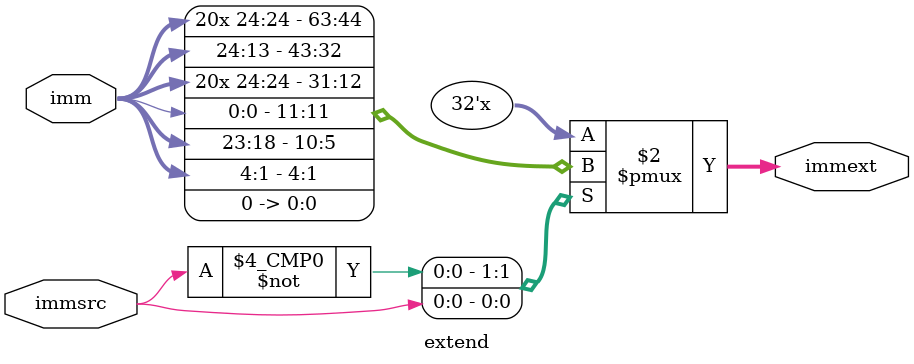
<source format=sv>
module extend(input logic [24:0] imm,
				  input logic immsrc,
				  output logic [31:0] immext);
	
	always_comb begin
    case (immsrc)
        1'b0: immext= {{20{imm[24]}},imm[24:13]};
        1'b1: immext= {{20{imm[24]}},imm[0],imm[23:18],imm[4:1],1'b0};
        default: immext = 32'h0000_0000;
    endcase
	end
	
endmodule
</source>
